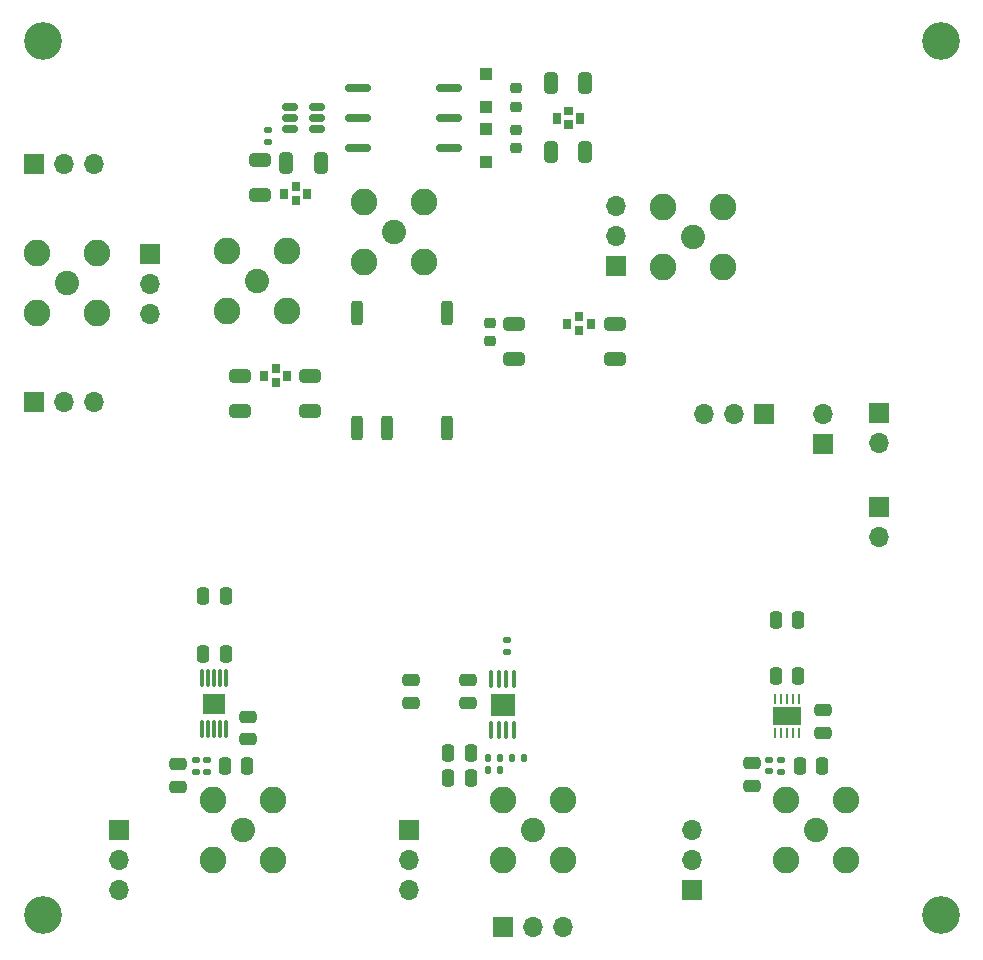
<source format=gbr>
%TF.GenerationSoftware,KiCad,Pcbnew,7.0.7*%
%TF.CreationDate,2023-11-17T01:25:33+08:00*%
%TF.ProjectId,Isolated Power Supply and LDO Verification,49736f6c-6174-4656-9420-506f77657220,rev?*%
%TF.SameCoordinates,Original*%
%TF.FileFunction,Soldermask,Top*%
%TF.FilePolarity,Negative*%
%FSLAX46Y46*%
G04 Gerber Fmt 4.6, Leading zero omitted, Abs format (unit mm)*
G04 Created by KiCad (PCBNEW 7.0.7) date 2023-11-17 01:25:33*
%MOMM*%
%LPD*%
G01*
G04 APERTURE LIST*
G04 Aperture macros list*
%AMRoundRect*
0 Rectangle with rounded corners*
0 $1 Rounding radius*
0 $2 $3 $4 $5 $6 $7 $8 $9 X,Y pos of 4 corners*
0 Add a 4 corners polygon primitive as box body*
4,1,4,$2,$3,$4,$5,$6,$7,$8,$9,$2,$3,0*
0 Add four circle primitives for the rounded corners*
1,1,$1+$1,$2,$3*
1,1,$1+$1,$4,$5*
1,1,$1+$1,$6,$7*
1,1,$1+$1,$8,$9*
0 Add four rect primitives between the rounded corners*
20,1,$1+$1,$2,$3,$4,$5,0*
20,1,$1+$1,$4,$5,$6,$7,0*
20,1,$1+$1,$6,$7,$8,$9,0*
20,1,$1+$1,$8,$9,$2,$3,0*%
G04 Aperture macros list end*
%ADD10C,0.010000*%
%ADD11C,2.050000*%
%ADD12C,2.250000*%
%ADD13R,1.700000X1.700000*%
%ADD14O,1.700000X1.700000*%
%ADD15RoundRect,0.135000X-0.135000X-0.185000X0.135000X-0.185000X0.135000X0.185000X-0.135000X0.185000X0*%
%ADD16RoundRect,0.062500X-0.062500X0.362500X-0.062500X-0.362500X0.062500X-0.362500X0.062500X0.362500X0*%
%ADD17R,2.380000X1.650000*%
%ADD18RoundRect,0.225000X-0.250000X0.225000X-0.250000X-0.225000X0.250000X-0.225000X0.250000X0.225000X0*%
%ADD19C,3.200000*%
%ADD20RoundRect,0.135000X0.185000X-0.135000X0.185000X0.135000X-0.185000X0.135000X-0.185000X-0.135000X0*%
%ADD21RoundRect,0.250000X0.325000X0.650000X-0.325000X0.650000X-0.325000X-0.650000X0.325000X-0.650000X0*%
%ADD22RoundRect,0.140000X-0.140000X-0.170000X0.140000X-0.170000X0.140000X0.170000X-0.140000X0.170000X0*%
%ADD23RoundRect,0.250000X0.250000X0.475000X-0.250000X0.475000X-0.250000X-0.475000X0.250000X-0.475000X0*%
%ADD24RoundRect,0.250000X-0.300000X0.300000X-0.300000X-0.300000X0.300000X-0.300000X0.300000X0.300000X0*%
%ADD25RoundRect,0.250000X-0.650000X0.325000X-0.650000X-0.325000X0.650000X-0.325000X0.650000X0.325000X0*%
%ADD26RoundRect,0.250000X-0.325000X-0.650000X0.325000X-0.650000X0.325000X0.650000X-0.325000X0.650000X0*%
%ADD27RoundRect,0.250000X-0.475000X0.250000X-0.475000X-0.250000X0.475000X-0.250000X0.475000X0.250000X0*%
%ADD28RoundRect,0.150000X0.950000X0.150000X-0.950000X0.150000X-0.950000X-0.150000X0.950000X-0.150000X0*%
%ADD29RoundRect,0.250000X0.475000X-0.250000X0.475000X0.250000X-0.475000X0.250000X-0.475000X-0.250000X0*%
%ADD30RoundRect,0.250000X0.650000X-0.325000X0.650000X0.325000X-0.650000X0.325000X-0.650000X-0.325000X0*%
%ADD31RoundRect,0.140000X0.170000X-0.140000X0.170000X0.140000X-0.170000X0.140000X-0.170000X-0.140000X0*%
%ADD32RoundRect,0.225000X0.250000X-0.225000X0.250000X0.225000X-0.250000X0.225000X-0.250000X-0.225000X0*%
%ADD33RoundRect,0.250000X0.300000X-0.300000X0.300000X0.300000X-0.300000X0.300000X-0.300000X-0.300000X0*%
%ADD34RoundRect,0.150000X-0.512500X-0.150000X0.512500X-0.150000X0.512500X0.150000X-0.512500X0.150000X0*%
%ADD35RoundRect,0.100000X0.100000X-0.625000X0.100000X0.625000X-0.100000X0.625000X-0.100000X-0.625000X0*%
%ADD36R,2.150000X1.950000*%
%ADD37RoundRect,0.140000X-0.170000X0.140000X-0.170000X-0.140000X0.170000X-0.140000X0.170000X0.140000X0*%
%ADD38RoundRect,0.250000X0.250000X-0.800000X0.250000X0.800000X-0.250000X0.800000X-0.250000X-0.800000X0*%
%ADD39RoundRect,0.075000X-0.075000X0.650000X-0.075000X-0.650000X0.075000X-0.650000X0.075000X0.650000X0*%
%ADD40R,1.880000X1.680000*%
G04 APERTURE END LIST*
%TO.C,C123*%
D10*
X140740000Y-38900000D02*
X140140000Y-38900000D01*
X140140000Y-38100000D01*
X140740000Y-38100000D01*
X140740000Y-38900000D01*
G36*
X140740000Y-38900000D02*
G01*
X140140000Y-38900000D01*
X140140000Y-38100000D01*
X140740000Y-38100000D01*
X140740000Y-38900000D01*
G37*
X141740000Y-38200000D02*
X141140000Y-38200000D01*
X141140000Y-37550000D01*
X141740000Y-37550000D01*
X141740000Y-38200000D01*
G36*
X141740000Y-38200000D02*
G01*
X141140000Y-38200000D01*
X141140000Y-37550000D01*
X141740000Y-37550000D01*
X141740000Y-38200000D01*
G37*
X141740000Y-39350000D02*
X141140000Y-39350000D01*
X141140000Y-38700000D01*
X141740000Y-38700000D01*
X141740000Y-39350000D01*
G36*
X141740000Y-39350000D02*
G01*
X141140000Y-39350000D01*
X141140000Y-38700000D01*
X141740000Y-38700000D01*
X141740000Y-39350000D01*
G37*
X142740000Y-38900000D02*
X142140000Y-38900000D01*
X142140000Y-38100000D01*
X142740000Y-38100000D01*
X142740000Y-38900000D01*
G36*
X142740000Y-38900000D02*
G01*
X142140000Y-38900000D01*
X142140000Y-38100000D01*
X142740000Y-38100000D01*
X142740000Y-38900000D01*
G37*
%TO.C,C110*%
X117640000Y-45300000D02*
X117040000Y-45300000D01*
X117040000Y-44500000D01*
X117640000Y-44500000D01*
X117640000Y-45300000D01*
G36*
X117640000Y-45300000D02*
G01*
X117040000Y-45300000D01*
X117040000Y-44500000D01*
X117640000Y-44500000D01*
X117640000Y-45300000D01*
G37*
X118640000Y-44600000D02*
X118040000Y-44600000D01*
X118040000Y-43950000D01*
X118640000Y-43950000D01*
X118640000Y-44600000D01*
G36*
X118640000Y-44600000D02*
G01*
X118040000Y-44600000D01*
X118040000Y-43950000D01*
X118640000Y-43950000D01*
X118640000Y-44600000D01*
G37*
X118640000Y-45750000D02*
X118040000Y-45750000D01*
X118040000Y-45100000D01*
X118640000Y-45100000D01*
X118640000Y-45750000D01*
G36*
X118640000Y-45750000D02*
G01*
X118040000Y-45750000D01*
X118040000Y-45100000D01*
X118640000Y-45100000D01*
X118640000Y-45750000D01*
G37*
X119640000Y-45300000D02*
X119040000Y-45300000D01*
X119040000Y-44500000D01*
X119640000Y-44500000D01*
X119640000Y-45300000D01*
G36*
X119640000Y-45300000D02*
G01*
X119040000Y-45300000D01*
X119040000Y-44500000D01*
X119640000Y-44500000D01*
X119640000Y-45300000D01*
G37*
%TO.C,C120*%
X141640000Y-56300000D02*
X141040000Y-56300000D01*
X141040000Y-55500000D01*
X141640000Y-55500000D01*
X141640000Y-56300000D01*
G36*
X141640000Y-56300000D02*
G01*
X141040000Y-56300000D01*
X141040000Y-55500000D01*
X141640000Y-55500000D01*
X141640000Y-56300000D01*
G37*
X142640000Y-55600000D02*
X142040000Y-55600000D01*
X142040000Y-54950000D01*
X142640000Y-54950000D01*
X142640000Y-55600000D01*
G36*
X142640000Y-55600000D02*
G01*
X142040000Y-55600000D01*
X142040000Y-54950000D01*
X142640000Y-54950000D01*
X142640000Y-55600000D01*
G37*
X142640000Y-56750000D02*
X142040000Y-56750000D01*
X142040000Y-56100000D01*
X142640000Y-56100000D01*
X142640000Y-56750000D01*
G36*
X142640000Y-56750000D02*
G01*
X142040000Y-56750000D01*
X142040000Y-56100000D01*
X142640000Y-56100000D01*
X142640000Y-56750000D01*
G37*
X143640000Y-56300000D02*
X143040000Y-56300000D01*
X143040000Y-55500000D01*
X143640000Y-55500000D01*
X143640000Y-56300000D01*
G36*
X143640000Y-56300000D02*
G01*
X143040000Y-56300000D01*
X143040000Y-55500000D01*
X143640000Y-55500000D01*
X143640000Y-56300000D01*
G37*
%TO.C,C111*%
X115940000Y-60700000D02*
X115340000Y-60700000D01*
X115340000Y-59900000D01*
X115940000Y-59900000D01*
X115940000Y-60700000D01*
G36*
X115940000Y-60700000D02*
G01*
X115340000Y-60700000D01*
X115340000Y-59900000D01*
X115940000Y-59900000D01*
X115940000Y-60700000D01*
G37*
X116940000Y-60000000D02*
X116340000Y-60000000D01*
X116340000Y-59350000D01*
X116940000Y-59350000D01*
X116940000Y-60000000D01*
G36*
X116940000Y-60000000D02*
G01*
X116340000Y-60000000D01*
X116340000Y-59350000D01*
X116940000Y-59350000D01*
X116940000Y-60000000D01*
G37*
X116940000Y-61150000D02*
X116340000Y-61150000D01*
X116340000Y-60500000D01*
X116940000Y-60500000D01*
X116940000Y-61150000D01*
G36*
X116940000Y-61150000D02*
G01*
X116340000Y-61150000D01*
X116340000Y-60500000D01*
X116940000Y-60500000D01*
X116940000Y-61150000D01*
G37*
X117940000Y-60700000D02*
X117340000Y-60700000D01*
X117340000Y-59900000D01*
X117940000Y-59900000D01*
X117940000Y-60700000D01*
G36*
X117940000Y-60700000D02*
G01*
X117340000Y-60700000D01*
X117340000Y-59900000D01*
X117940000Y-59900000D01*
X117940000Y-60700000D01*
G37*
%TD*%
D11*
%TO.C,J107*%
X126700000Y-48140000D03*
D12*
X124160000Y-45600000D03*
X124160000Y-50680000D03*
X129240000Y-45600000D03*
X129240000Y-50680000D03*
%TD*%
D13*
%TO.C,J102*%
X96215000Y-62520000D03*
D14*
X98755000Y-62520000D03*
X101295000Y-62520000D03*
%TD*%
D15*
%TO.C,R104*%
X136660000Y-92650000D03*
X137680000Y-92650000D03*
%TD*%
D16*
%TO.C,U106*%
X161000001Y-87679999D03*
X160500001Y-87679999D03*
X160000001Y-87679999D03*
X159500001Y-87679999D03*
X159000001Y-87679999D03*
X159000001Y-90579999D03*
X159500001Y-90579999D03*
X160000001Y-90579999D03*
X160500001Y-90579999D03*
X161000001Y-90579999D03*
D17*
X160000001Y-89129999D03*
%TD*%
D13*
%TO.C,J103*%
X167790000Y-63500000D03*
D14*
X167790000Y-66040000D03*
%TD*%
D18*
%TO.C,C119*%
X137040000Y-39475000D03*
X137040000Y-41025000D03*
%TD*%
D19*
%TO.C,H103*%
X173000000Y-106000000D03*
%TD*%
D11*
%TO.C,J116*%
X162460000Y-98790000D03*
D12*
X165000000Y-96250000D03*
X159920000Y-96250000D03*
X165000000Y-101330000D03*
X159920000Y-101330000D03*
%TD*%
D20*
%TO.C,R102*%
X116040000Y-40510000D03*
X116040000Y-39490000D03*
%TD*%
D21*
%TO.C,C108*%
X120515000Y-42300000D03*
X117565000Y-42300000D03*
%TD*%
D22*
%TO.C,C112*%
X134690000Y-93699999D03*
X135650000Y-93699999D03*
%TD*%
D11*
%TO.C,J104*%
X99000000Y-52460000D03*
D12*
X96460000Y-49920000D03*
X96460000Y-55000000D03*
X101540000Y-49920000D03*
X101540000Y-55000000D03*
%TD*%
D20*
%TO.C,R101*%
X110920000Y-93860000D03*
X110920000Y-92840000D03*
%TD*%
D23*
%TO.C,C133*%
X112470000Y-78949999D03*
X110570000Y-78949999D03*
%TD*%
%TO.C,C132*%
X160950001Y-85770000D03*
X159050001Y-85770000D03*
%TD*%
D21*
%TO.C,C124*%
X142915000Y-41400000D03*
X139965000Y-41400000D03*
%TD*%
D24*
%TO.C,D102*%
X134540000Y-39400001D03*
X134540000Y-42200001D03*
%TD*%
D23*
%TO.C,C113*%
X114270000Y-93350000D03*
X112370000Y-93350000D03*
%TD*%
D13*
%TO.C,J113*%
X103460000Y-98750000D03*
D14*
X103460000Y-101290000D03*
X103460000Y-103830000D03*
%TD*%
D25*
%TO.C,C107*%
X113640000Y-60325000D03*
X113640000Y-63275000D03*
%TD*%
%TO.C,C117*%
X136840000Y-55925000D03*
X136840000Y-58875000D03*
%TD*%
D11*
%TO.C,J109*%
X113960000Y-98790000D03*
D12*
X116500000Y-96250000D03*
X111420000Y-96250000D03*
X116500000Y-101330000D03*
X111420000Y-101330000D03*
%TD*%
D26*
%TO.C,C121*%
X139965000Y-35500000D03*
X142915000Y-35500000D03*
%TD*%
D27*
%TO.C,C103*%
X128170000Y-86100000D03*
X128170000Y-88000000D03*
%TD*%
D28*
%TO.C,U105*%
X123690000Y-35960000D03*
X123690000Y-38500000D03*
X123690000Y-41040000D03*
X131390000Y-41040000D03*
X131390000Y-38500000D03*
X131390000Y-35960000D03*
%TD*%
D11*
%TO.C,J115*%
X152000000Y-48540000D03*
D12*
X149460000Y-46000000D03*
X149460000Y-51080000D03*
X154540000Y-46000000D03*
X154540000Y-51080000D03*
%TD*%
D13*
%TO.C,J106*%
X106040000Y-49995000D03*
D14*
X106040000Y-52535000D03*
X106040000Y-55075000D03*
%TD*%
D13*
%TO.C,J105*%
X158040000Y-63540000D03*
D14*
X155500000Y-63540000D03*
X152960000Y-63540000D03*
%TD*%
D23*
%TO.C,C115*%
X133219999Y-92300000D03*
X131319999Y-92300000D03*
%TD*%
D27*
%TO.C,C130*%
X132970000Y-86100000D03*
X132970000Y-88000000D03*
%TD*%
D18*
%TO.C,C131*%
X134840000Y-55825000D03*
X134840000Y-57375000D03*
%TD*%
D27*
%TO.C,C126*%
X157000000Y-93130000D03*
X157000000Y-95030000D03*
%TD*%
D11*
%TO.C,J108*%
X115100000Y-52340000D03*
D12*
X112560000Y-49800000D03*
X112560000Y-54880000D03*
X117640000Y-49800000D03*
X117640000Y-54880000D03*
%TD*%
D23*
%TO.C,C129*%
X162950002Y-93330000D03*
X161050002Y-93330000D03*
%TD*%
D13*
%TO.C,J118*%
X163000000Y-66080000D03*
D14*
X163000000Y-63540000D03*
%TD*%
D27*
%TO.C,C102*%
X108420001Y-93200000D03*
X108420001Y-95100000D03*
%TD*%
D29*
%TO.C,C128*%
X163000000Y-90530000D03*
X163000000Y-88630000D03*
%TD*%
D13*
%TO.C,J114*%
X145540000Y-51040000D03*
D14*
X145540000Y-48500000D03*
X145540000Y-45960000D03*
%TD*%
D25*
%TO.C,C109*%
X119640000Y-60325000D03*
X119640000Y-63275000D03*
%TD*%
D30*
%TO.C,C106*%
X115340000Y-44975000D03*
X115340000Y-42025000D03*
%TD*%
D20*
%TO.C,R105*%
X159500000Y-93840000D03*
X159500000Y-92820000D03*
%TD*%
D13*
%TO.C,J101*%
X96215000Y-42420000D03*
D14*
X98755000Y-42420000D03*
X101295000Y-42420000D03*
%TD*%
D13*
%TO.C,J112*%
X135920001Y-107000000D03*
D14*
X138460001Y-107000000D03*
X141000001Y-107000000D03*
%TD*%
D15*
%TO.C,R103*%
X134660000Y-92650000D03*
X135680000Y-92650000D03*
%TD*%
D11*
%TO.C,J110*%
X138460000Y-98790000D03*
D12*
X135920000Y-101330000D03*
X141000000Y-101330000D03*
X135920000Y-96250000D03*
X141000000Y-96250000D03*
%TD*%
D23*
%TO.C,C125*%
X160949999Y-80970000D03*
X159049999Y-80970000D03*
%TD*%
D13*
%TO.C,J117*%
X151960000Y-103830000D03*
D14*
X151960000Y-101290000D03*
X151960000Y-98750000D03*
%TD*%
D31*
%TO.C,C104*%
X136270000Y-83680000D03*
X136270000Y-82720000D03*
%TD*%
D13*
%TO.C,BT101*%
X167790000Y-71460000D03*
D14*
X167790000Y-74000000D03*
%TD*%
D13*
%TO.C,J111*%
X127960000Y-98750000D03*
D14*
X127960000Y-101290000D03*
X127960000Y-103830000D03*
%TD*%
D23*
%TO.C,C116*%
X133220000Y-94400000D03*
X131320000Y-94400000D03*
%TD*%
D32*
%TO.C,C118*%
X137040000Y-37525000D03*
X137040000Y-35975000D03*
%TD*%
D33*
%TO.C,D101*%
X134540000Y-37600000D03*
X134540000Y-34800000D03*
%TD*%
D29*
%TO.C,C114*%
X114320000Y-91100000D03*
X114320000Y-89200000D03*
%TD*%
D23*
%TO.C,C101*%
X112470001Y-83850000D03*
X110570001Y-83850000D03*
%TD*%
D34*
%TO.C,U103*%
X117902500Y-37550000D03*
X117902500Y-38500000D03*
X117902500Y-39450000D03*
X120177500Y-39450000D03*
X120177500Y-38500000D03*
X120177500Y-37550000D03*
%TD*%
D19*
%TO.C,H101*%
X97000000Y-32000000D03*
%TD*%
%TO.C,H102*%
X173000000Y-32000000D03*
%TD*%
D35*
%TO.C,U101*%
X134935000Y-90310000D03*
X135585000Y-90310000D03*
X136235000Y-90310000D03*
X136885000Y-90310000D03*
X136885000Y-86010000D03*
X136235000Y-86010000D03*
X135585000Y-86010000D03*
X134935000Y-86010000D03*
D36*
X135910000Y-88160000D03*
%TD*%
D37*
%TO.C,C127*%
X158500000Y-92850000D03*
X158500000Y-93810000D03*
%TD*%
D38*
%TO.C,U104*%
X123590000Y-64750000D03*
X126130000Y-64750000D03*
X131210000Y-64750000D03*
X131210000Y-55030000D03*
X123590000Y-55030000D03*
%TD*%
D39*
%TO.C,U102*%
X112470000Y-85950000D03*
X111970000Y-85950000D03*
X111470000Y-85950000D03*
X110970000Y-85950000D03*
X110470000Y-85950000D03*
X110470000Y-90250000D03*
X110970000Y-90250000D03*
X111470000Y-90250000D03*
X111970000Y-90250000D03*
X112470000Y-90250000D03*
D40*
X111470000Y-88100000D03*
%TD*%
D19*
%TO.C,H104*%
X97000000Y-106000000D03*
%TD*%
D25*
%TO.C,C122*%
X145440000Y-55925000D03*
X145440000Y-58875000D03*
%TD*%
D37*
%TO.C,C105*%
X109920000Y-92870000D03*
X109920000Y-93830000D03*
%TD*%
M02*

</source>
